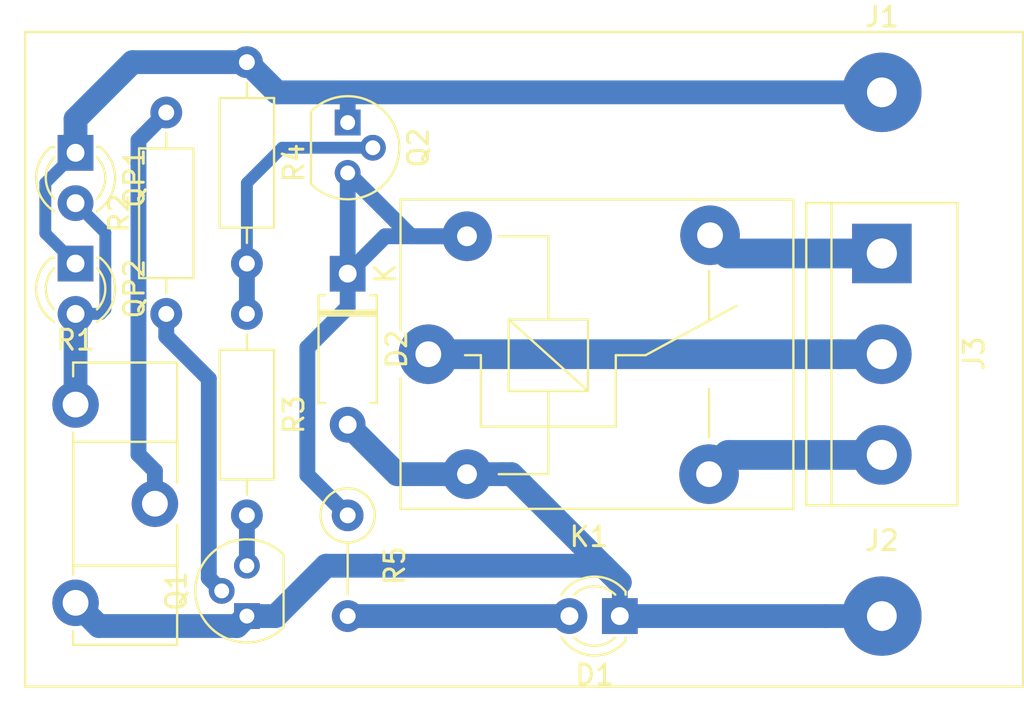
<source format=kicad_pcb>
(kicad_pcb (version 20171130) (host pcbnew 5.1.4-e60b266~84~ubuntu16.04.1)

  (general
    (thickness 1.6)
    (drawings 4)
    (tracks 62)
    (zones 0)
    (modules 15)
    (nets 13)
  )

  (page A4)
  (layers
    (0 F.Cu signal)
    (31 B.Cu signal)
    (32 B.Adhes user)
    (33 F.Adhes user)
    (34 B.Paste user)
    (35 F.Paste user)
    (36 B.SilkS user)
    (37 F.SilkS user)
    (38 B.Mask user)
    (39 F.Mask user)
    (40 Dwgs.User user)
    (41 Cmts.User user)
    (42 Eco1.User user)
    (43 Eco2.User user)
    (44 Edge.Cuts user)
    (45 Margin user)
    (46 B.CrtYd user)
    (47 F.CrtYd user)
    (48 B.Fab user)
    (49 F.Fab user)
  )

  (setup
    (last_trace_width 0.8)
    (user_trace_width 1.2)
    (trace_clearance 0.2)
    (zone_clearance 0.508)
    (zone_45_only no)
    (trace_min 0.2)
    (via_size 0.8)
    (via_drill 0.4)
    (via_min_size 0.4)
    (via_min_drill 0.3)
    (uvia_size 0.3)
    (uvia_drill 0.1)
    (uvias_allowed no)
    (uvia_min_size 0.2)
    (uvia_min_drill 0.1)
    (edge_width 0.05)
    (segment_width 0.2)
    (pcb_text_width 0.3)
    (pcb_text_size 1.5 1.5)
    (mod_edge_width 0.12)
    (mod_text_size 1 1)
    (mod_text_width 0.15)
    (pad_size 1.524 1.524)
    (pad_drill 0.762)
    (pad_to_mask_clearance 0.051)
    (solder_mask_min_width 0.25)
    (aux_axis_origin 0 0)
    (visible_elements FFFFFF7F)
    (pcbplotparams
      (layerselection 0x010fc_ffffffff)
      (usegerberextensions false)
      (usegerberattributes false)
      (usegerberadvancedattributes false)
      (creategerberjobfile false)
      (excludeedgelayer true)
      (linewidth 0.100000)
      (plotframeref false)
      (viasonmask false)
      (mode 1)
      (useauxorigin false)
      (hpglpennumber 1)
      (hpglpenspeed 20)
      (hpglpendiameter 15.000000)
      (psnegative false)
      (psa4output false)
      (plotreference true)
      (plotvalue true)
      (plotinvisibletext false)
      (padsonsilk false)
      (subtractmaskfromsilk false)
      (outputformat 1)
      (mirror false)
      (drillshape 1)
      (scaleselection 1)
      (outputdirectory ""))
  )

  (net 0 "")
  (net 1 "Net-(D1-Pad1)")
  (net 2 "Net-(D1-Pad2)")
  (net 3 "Net-(D2-Pad1)")
  (net 4 "Net-(J1-Pad1)")
  (net 5 "Net-(J3-Pad1)")
  (net 6 "Net-(J3-Pad2)")
  (net 7 "Net-(J3-Pad3)")
  (net 8 "Net-(Q1-Pad3)")
  (net 9 "Net-(Q1-Pad2)")
  (net 10 "Net-(Q2-Pad2)")
  (net 11 "Net-(QP1-Pad2)")
  (net 12 "Net-(R1-Pad2)")

  (net_class Default "This is the default net class."
    (clearance 0.2)
    (trace_width 0.8)
    (via_dia 0.8)
    (via_drill 0.4)
    (uvia_dia 0.3)
    (uvia_drill 0.1)
    (add_net "Net-(D1-Pad1)")
    (add_net "Net-(D1-Pad2)")
    (add_net "Net-(D2-Pad1)")
    (add_net "Net-(J1-Pad1)")
    (add_net "Net-(J3-Pad1)")
    (add_net "Net-(J3-Pad2)")
    (add_net "Net-(J3-Pad3)")
    (add_net "Net-(Q1-Pad2)")
    (add_net "Net-(Q1-Pad3)")
    (add_net "Net-(Q2-Pad2)")
    (add_net "Net-(QP1-Pad2)")
    (add_net "Net-(R1-Pad2)")
  )

  (net_class thin ""
    (clearance 0.2)
    (trace_width 0.5)
    (via_dia 0.8)
    (via_drill 0.4)
    (uvia_dia 0.3)
    (uvia_drill 0.1)
  )

  (module LED_THT:LED_D3.0mm (layer F.Cu) (tedit 587A3A7B) (tstamp 5E6F4D26)
    (at 45.212 44.704 180)
    (descr "LED, diameter 3.0mm, 2 pins")
    (tags "LED diameter 3.0mm 2 pins")
    (path /5E6A251A)
    (fp_text reference D1 (at 1.27 -2.96) (layer F.SilkS)
      (effects (font (size 1 1) (thickness 0.15)))
    )
    (fp_text value LED (at 1.27 2.96) (layer F.Fab)
      (effects (font (size 1 1) (thickness 0.15)))
    )
    (fp_arc (start 1.27 0) (end -0.23 -1.16619) (angle 284.3) (layer F.Fab) (width 0.1))
    (fp_arc (start 1.27 0) (end -0.29 -1.235516) (angle 108.8) (layer F.SilkS) (width 0.12))
    (fp_arc (start 1.27 0) (end -0.29 1.235516) (angle -108.8) (layer F.SilkS) (width 0.12))
    (fp_arc (start 1.27 0) (end 0.229039 -1.08) (angle 87.9) (layer F.SilkS) (width 0.12))
    (fp_arc (start 1.27 0) (end 0.229039 1.08) (angle -87.9) (layer F.SilkS) (width 0.12))
    (fp_circle (center 1.27 0) (end 2.77 0) (layer F.Fab) (width 0.1))
    (fp_line (start -0.23 -1.16619) (end -0.23 1.16619) (layer F.Fab) (width 0.1))
    (fp_line (start -0.29 -1.236) (end -0.29 -1.08) (layer F.SilkS) (width 0.12))
    (fp_line (start -0.29 1.08) (end -0.29 1.236) (layer F.SilkS) (width 0.12))
    (fp_line (start -1.15 -2.25) (end -1.15 2.25) (layer F.CrtYd) (width 0.05))
    (fp_line (start -1.15 2.25) (end 3.7 2.25) (layer F.CrtYd) (width 0.05))
    (fp_line (start 3.7 2.25) (end 3.7 -2.25) (layer F.CrtYd) (width 0.05))
    (fp_line (start 3.7 -2.25) (end -1.15 -2.25) (layer F.CrtYd) (width 0.05))
    (pad 1 thru_hole rect (at 0 0 180) (size 1.8 1.8) (drill 0.9) (layers *.Cu *.Mask)
      (net 1 "Net-(D1-Pad1)"))
    (pad 2 thru_hole circle (at 2.54 0 180) (size 1.8 1.8) (drill 0.9) (layers *.Cu *.Mask)
      (net 2 "Net-(D1-Pad2)"))
    (model ${KISYS3DMOD}/LED_THT.3dshapes/LED_D3.0mm.wrl
      (at (xyz 0 0 0))
      (scale (xyz 1 1 1))
      (rotate (xyz 0 0 0))
    )
  )

  (module Diode_THT:D_A-405_P7.62mm_Horizontal (layer F.Cu) (tedit 5AE50CD5) (tstamp 5E6F4D45)
    (at 31.496 27.432 270)
    (descr "Diode, A-405 series, Axial, Horizontal, pin pitch=7.62mm, , length*diameter=5.2*2.7mm^2, , http://www.diodes.com/_files/packages/A-405.pdf")
    (tags "Diode A-405 series Axial Horizontal pin pitch 7.62mm  length 5.2mm diameter 2.7mm")
    (path /5E5905F2)
    (fp_text reference D2 (at 3.81 -2.47 90) (layer F.SilkS)
      (effects (font (size 1 1) (thickness 0.15)))
    )
    (fp_text value 1N4001 (at 3.81 2.47 90) (layer F.Fab)
      (effects (font (size 1 1) (thickness 0.15)))
    )
    (fp_line (start 1.21 -1.35) (end 1.21 1.35) (layer F.Fab) (width 0.1))
    (fp_line (start 1.21 1.35) (end 6.41 1.35) (layer F.Fab) (width 0.1))
    (fp_line (start 6.41 1.35) (end 6.41 -1.35) (layer F.Fab) (width 0.1))
    (fp_line (start 6.41 -1.35) (end 1.21 -1.35) (layer F.Fab) (width 0.1))
    (fp_line (start 0 0) (end 1.21 0) (layer F.Fab) (width 0.1))
    (fp_line (start 7.62 0) (end 6.41 0) (layer F.Fab) (width 0.1))
    (fp_line (start 1.99 -1.35) (end 1.99 1.35) (layer F.Fab) (width 0.1))
    (fp_line (start 2.09 -1.35) (end 2.09 1.35) (layer F.Fab) (width 0.1))
    (fp_line (start 1.89 -1.35) (end 1.89 1.35) (layer F.Fab) (width 0.1))
    (fp_line (start 1.09 -1.14) (end 1.09 -1.47) (layer F.SilkS) (width 0.12))
    (fp_line (start 1.09 -1.47) (end 6.53 -1.47) (layer F.SilkS) (width 0.12))
    (fp_line (start 6.53 -1.47) (end 6.53 -1.14) (layer F.SilkS) (width 0.12))
    (fp_line (start 1.09 1.14) (end 1.09 1.47) (layer F.SilkS) (width 0.12))
    (fp_line (start 1.09 1.47) (end 6.53 1.47) (layer F.SilkS) (width 0.12))
    (fp_line (start 6.53 1.47) (end 6.53 1.14) (layer F.SilkS) (width 0.12))
    (fp_line (start 1.99 -1.47) (end 1.99 1.47) (layer F.SilkS) (width 0.12))
    (fp_line (start 2.11 -1.47) (end 2.11 1.47) (layer F.SilkS) (width 0.12))
    (fp_line (start 1.87 -1.47) (end 1.87 1.47) (layer F.SilkS) (width 0.12))
    (fp_line (start -1.15 -1.6) (end -1.15 1.6) (layer F.CrtYd) (width 0.05))
    (fp_line (start -1.15 1.6) (end 8.77 1.6) (layer F.CrtYd) (width 0.05))
    (fp_line (start 8.77 1.6) (end 8.77 -1.6) (layer F.CrtYd) (width 0.05))
    (fp_line (start 8.77 -1.6) (end -1.15 -1.6) (layer F.CrtYd) (width 0.05))
    (fp_text user %R (at 4.2 0 90) (layer F.Fab)
      (effects (font (size 1 1) (thickness 0.15)))
    )
    (fp_text user K (at 0 -1.9 90) (layer F.Fab)
      (effects (font (size 1 1) (thickness 0.15)))
    )
    (fp_text user K (at 0 -1.9 90) (layer F.SilkS)
      (effects (font (size 1 1) (thickness 0.15)))
    )
    (pad 1 thru_hole rect (at 0 0 270) (size 1.8 1.8) (drill 0.9) (layers *.Cu *.Mask)
      (net 3 "Net-(D2-Pad1)"))
    (pad 2 thru_hole oval (at 7.62 0 270) (size 1.8 1.8) (drill 0.9) (layers *.Cu *.Mask)
      (net 1 "Net-(D1-Pad1)"))
    (model ${KISYS3DMOD}/Diode_THT.3dshapes/D_A-405_P7.62mm_Horizontal.wrl
      (at (xyz 0 0 0))
      (scale (xyz 1 1 1))
      (rotate (xyz 0 0 0))
    )
  )

  (module Connector_Wire:SolderWirePad_1x01_Drill1.5mm (layer F.Cu) (tedit 5AEE5EB3) (tstamp 5E6F4D4F)
    (at 58.42 18.288)
    (descr "Wire solder connection")
    (tags connector)
    (path /5E6AAD95)
    (attr virtual)
    (fp_text reference J1 (at 0 -3.81) (layer F.SilkS)
      (effects (font (size 1 1) (thickness 0.15)))
    )
    (fp_text value + (at 0 3.81) (layer F.Fab)
      (effects (font (size 1 1) (thickness 0.15)))
    )
    (fp_text user %R (at 0 0) (layer F.Fab)
      (effects (font (size 1 1) (thickness 0.15)))
    )
    (fp_line (start -2.5 -2.5) (end 2.5 -2.5) (layer F.CrtYd) (width 0.05))
    (fp_line (start -2.5 -2.5) (end -2.5 2.5) (layer F.CrtYd) (width 0.05))
    (fp_line (start 2.5 2.5) (end 2.5 -2.5) (layer F.CrtYd) (width 0.05))
    (fp_line (start 2.5 2.5) (end -2.5 2.5) (layer F.CrtYd) (width 0.05))
    (pad 1 thru_hole circle (at 0 0) (size 4.0005 4.0005) (drill 1.50114) (layers *.Cu *.Mask)
      (net 4 "Net-(J1-Pad1)"))
  )

  (module Connector_Wire:SolderWirePad_1x01_Drill1.5mm (layer F.Cu) (tedit 5AEE5EB3) (tstamp 5E6F4D59)
    (at 58.42 44.704)
    (descr "Wire solder connection")
    (tags connector)
    (path /5E6ABBCE)
    (attr virtual)
    (fp_text reference J2 (at 0 -3.81) (layer F.SilkS)
      (effects (font (size 1 1) (thickness 0.15)))
    )
    (fp_text value - (at 0 3.81) (layer F.Fab)
      (effects (font (size 1 1) (thickness 0.15)))
    )
    (fp_line (start 2.5 2.5) (end -2.5 2.5) (layer F.CrtYd) (width 0.05))
    (fp_line (start 2.5 2.5) (end 2.5 -2.5) (layer F.CrtYd) (width 0.05))
    (fp_line (start -2.5 -2.5) (end -2.5 2.5) (layer F.CrtYd) (width 0.05))
    (fp_line (start -2.5 -2.5) (end 2.5 -2.5) (layer F.CrtYd) (width 0.05))
    (fp_text user %R (at 0 0) (layer F.Fab)
      (effects (font (size 1 1) (thickness 0.15)))
    )
    (pad 1 thru_hole circle (at 0 0) (size 4.0005 4.0005) (drill 1.50114) (layers *.Cu *.Mask)
      (net 1 "Net-(D1-Pad1)"))
  )

  (module TerminalBlock:TerminalBlock_bornier-3_P5.08mm (layer F.Cu) (tedit 59FF03B9) (tstamp 5E6F4D6F)
    (at 58.42 26.416 270)
    (descr "simple 3-pin terminal block, pitch 5.08mm, revamped version of bornier3")
    (tags "terminal block bornier3")
    (path /5E6F85C8)
    (fp_text reference J3 (at 5.05 -4.65 90) (layer F.SilkS)
      (effects (font (size 1 1) (thickness 0.15)))
    )
    (fp_text value Screw_Terminal_01x03 (at 5.08 5.08 90) (layer F.Fab)
      (effects (font (size 1 1) (thickness 0.15)))
    )
    (fp_line (start 12.88 4) (end -2.72 4) (layer F.CrtYd) (width 0.05))
    (fp_line (start 12.88 4) (end 12.88 -4) (layer F.CrtYd) (width 0.05))
    (fp_line (start -2.72 -4) (end -2.72 4) (layer F.CrtYd) (width 0.05))
    (fp_line (start -2.72 -4) (end 12.88 -4) (layer F.CrtYd) (width 0.05))
    (fp_line (start -2.54 3.81) (end 12.7 3.81) (layer F.SilkS) (width 0.12))
    (fp_line (start -2.54 -3.81) (end 12.7 -3.81) (layer F.SilkS) (width 0.12))
    (fp_line (start -2.54 2.54) (end 12.7 2.54) (layer F.SilkS) (width 0.12))
    (fp_line (start 12.7 3.81) (end 12.7 -3.81) (layer F.SilkS) (width 0.12))
    (fp_line (start -2.54 3.81) (end -2.54 -3.81) (layer F.SilkS) (width 0.12))
    (fp_line (start -2.47 3.75) (end -2.47 -3.75) (layer F.Fab) (width 0.1))
    (fp_line (start 12.63 3.75) (end -2.47 3.75) (layer F.Fab) (width 0.1))
    (fp_line (start 12.63 -3.75) (end 12.63 3.75) (layer F.Fab) (width 0.1))
    (fp_line (start -2.47 -3.75) (end 12.63 -3.75) (layer F.Fab) (width 0.1))
    (fp_line (start -2.47 2.55) (end 12.63 2.55) (layer F.Fab) (width 0.1))
    (fp_text user %R (at 5.08 0 90) (layer F.Fab)
      (effects (font (size 1 1) (thickness 0.15)))
    )
    (pad 3 thru_hole circle (at 10.16 0 270) (size 3 3) (drill 1.52) (layers *.Cu *.Mask)
      (net 7 "Net-(J3-Pad3)"))
    (pad 2 thru_hole circle (at 5.08 0 270) (size 3 3) (drill 1.52) (layers *.Cu *.Mask)
      (net 6 "Net-(J3-Pad2)"))
    (pad 1 thru_hole rect (at 0 0 270) (size 3 3) (drill 1.52) (layers *.Cu *.Mask)
      (net 5 "Net-(J3-Pad1)"))
    (model ${KISYS3DMOD}/TerminalBlock.3dshapes/TerminalBlock_bornier-3_P5.08mm.wrl
      (offset (xyz 5.079999923706055 0 0))
      (scale (xyz 1 1 1))
      (rotate (xyz 0 0 0))
    )
  )

  (module Relay_THT:Relay_SPDT_SANYOU_SRD_Series_Form_C (layer F.Cu) (tedit 58FA3148) (tstamp 5E6F4D98)
    (at 35.56 31.496)
    (descr "relay Sanyou SRD series Form C http://www.sanyourelay.ca/public/products/pdf/SRD.pdf")
    (tags "relay Sanyu SRD form C")
    (path /5E6F4B23)
    (fp_text reference K1 (at 8.1 9.2) (layer F.SilkS)
      (effects (font (size 1 1) (thickness 0.15)))
    )
    (fp_text value SRD-12VDC (at 8 -9.6) (layer F.Fab)
      (effects (font (size 1 1) (thickness 0.15)))
    )
    (fp_line (start -1.4 1.2) (end -1.4 7.8) (layer F.SilkS) (width 0.12))
    (fp_line (start -1.4 -7.8) (end -1.4 -1.2) (layer F.SilkS) (width 0.12))
    (fp_line (start -1.4 -7.8) (end 18.4 -7.8) (layer F.SilkS) (width 0.12))
    (fp_line (start 18.4 -7.8) (end 18.4 7.8) (layer F.SilkS) (width 0.12))
    (fp_line (start 18.4 7.8) (end -1.4 7.8) (layer F.SilkS) (width 0.12))
    (fp_text user 1 (at 0 -2.3) (layer F.Fab)
      (effects (font (size 1 1) (thickness 0.15)))
    )
    (fp_line (start -1.3 -7.7) (end 18.3 -7.7) (layer F.Fab) (width 0.12))
    (fp_line (start 18.3 -7.7) (end 18.3 7.7) (layer F.Fab) (width 0.12))
    (fp_line (start 18.3 7.7) (end -1.3 7.7) (layer F.Fab) (width 0.12))
    (fp_line (start -1.3 7.7) (end -1.3 -7.7) (layer F.Fab) (width 0.12))
    (fp_text user %R (at 7.1 0.025) (layer F.Fab)
      (effects (font (size 1 1) (thickness 0.15)))
    )
    (fp_line (start 18.55 -7.95) (end -1.55 -7.95) (layer F.CrtYd) (width 0.05))
    (fp_line (start -1.55 7.95) (end -1.55 -7.95) (layer F.CrtYd) (width 0.05))
    (fp_line (start 18.55 -7.95) (end 18.55 7.95) (layer F.CrtYd) (width 0.05))
    (fp_line (start -1.55 7.95) (end 18.55 7.95) (layer F.CrtYd) (width 0.05))
    (fp_line (start 14.15 4.2) (end 14.15 1.75) (layer F.SilkS) (width 0.12))
    (fp_line (start 14.15 -4.2) (end 14.15 -1.7) (layer F.SilkS) (width 0.12))
    (fp_line (start 3.55 6.05) (end 6.05 6.05) (layer F.SilkS) (width 0.12))
    (fp_line (start 2.65 0.05) (end 1.85 0.05) (layer F.SilkS) (width 0.12))
    (fp_line (start 6.05 -5.95) (end 3.55 -5.95) (layer F.SilkS) (width 0.12))
    (fp_line (start 9.45 0.05) (end 10.95 0.05) (layer F.SilkS) (width 0.12))
    (fp_line (start 10.95 0.05) (end 15.55 -2.45) (layer F.SilkS) (width 0.12))
    (fp_line (start 9.45 3.65) (end 2.65 3.65) (layer F.SilkS) (width 0.12))
    (fp_line (start 9.45 0.05) (end 9.45 3.65) (layer F.SilkS) (width 0.12))
    (fp_line (start 2.65 0.05) (end 2.65 3.65) (layer F.SilkS) (width 0.12))
    (fp_line (start 6.05 -5.95) (end 6.05 -1.75) (layer F.SilkS) (width 0.12))
    (fp_line (start 6.05 1.85) (end 6.05 6.05) (layer F.SilkS) (width 0.12))
    (fp_line (start 8.05 1.85) (end 4.05 -1.75) (layer F.SilkS) (width 0.12))
    (fp_line (start 4.05 1.85) (end 4.05 -1.75) (layer F.SilkS) (width 0.12))
    (fp_line (start 4.05 -1.75) (end 8.05 -1.75) (layer F.SilkS) (width 0.12))
    (fp_line (start 8.05 -1.75) (end 8.05 1.85) (layer F.SilkS) (width 0.12))
    (fp_line (start 8.05 1.85) (end 4.05 1.85) (layer F.SilkS) (width 0.12))
    (pad 2 thru_hole circle (at 1.95 6.05 90) (size 2.5 2.5) (drill 1) (layers *.Cu *.Mask)
      (net 1 "Net-(D1-Pad1)"))
    (pad 3 thru_hole circle (at 14.15 6.05 90) (size 3 3) (drill 1.3) (layers *.Cu *.Mask)
      (net 7 "Net-(J3-Pad3)"))
    (pad 4 thru_hole circle (at 14.2 -6 90) (size 3 3) (drill 1.3) (layers *.Cu *.Mask)
      (net 5 "Net-(J3-Pad1)"))
    (pad 5 thru_hole circle (at 1.95 -5.95 90) (size 2.5 2.5) (drill 1) (layers *.Cu *.Mask)
      (net 3 "Net-(D2-Pad1)"))
    (pad 1 thru_hole circle (at 0 0 90) (size 3 3) (drill 1.3) (layers *.Cu *.Mask)
      (net 6 "Net-(J3-Pad2)"))
    (model ${KISYS3DMOD}/Relay_THT.3dshapes/Relay_SPDT_SANYOU_SRD_Series_Form_C.wrl
      (at (xyz 0 0 0))
      (scale (xyz 1 1 1))
      (rotate (xyz 0 0 0))
    )
  )

  (module Package_TO_SOT_THT:TO-92 (layer F.Cu) (tedit 5A279852) (tstamp 5E6F4DAA)
    (at 26.416 44.704 90)
    (descr "TO-92 leads molded, narrow, drill 0.75mm (see NXP sot054_po.pdf)")
    (tags "to-92 sc-43 sc-43a sot54 PA33 transistor")
    (path /5E58E640)
    (fp_text reference Q1 (at 1.27 -3.56 90) (layer F.SilkS)
      (effects (font (size 1 1) (thickness 0.15)))
    )
    (fp_text value S9014 (at 1.27 2.79 90) (layer F.Fab)
      (effects (font (size 1 1) (thickness 0.15)))
    )
    (fp_arc (start 1.27 0) (end 1.27 -2.6) (angle 135) (layer F.SilkS) (width 0.12))
    (fp_arc (start 1.27 0) (end 1.27 -2.48) (angle -135) (layer F.Fab) (width 0.1))
    (fp_arc (start 1.27 0) (end 1.27 -2.6) (angle -135) (layer F.SilkS) (width 0.12))
    (fp_arc (start 1.27 0) (end 1.27 -2.48) (angle 135) (layer F.Fab) (width 0.1))
    (fp_line (start 4 2.01) (end -1.46 2.01) (layer F.CrtYd) (width 0.05))
    (fp_line (start 4 2.01) (end 4 -2.73) (layer F.CrtYd) (width 0.05))
    (fp_line (start -1.46 -2.73) (end -1.46 2.01) (layer F.CrtYd) (width 0.05))
    (fp_line (start -1.46 -2.73) (end 4 -2.73) (layer F.CrtYd) (width 0.05))
    (fp_line (start -0.5 1.75) (end 3 1.75) (layer F.Fab) (width 0.1))
    (fp_line (start -0.53 1.85) (end 3.07 1.85) (layer F.SilkS) (width 0.12))
    (fp_text user %R (at 1.27 -3.56 90) (layer F.Fab)
      (effects (font (size 1 1) (thickness 0.15)))
    )
    (pad 1 thru_hole rect (at 0 0 180) (size 1.3 1.3) (drill 0.75) (layers *.Cu *.Mask)
      (net 1 "Net-(D1-Pad1)"))
    (pad 3 thru_hole circle (at 2.54 0 180) (size 1.3 1.3) (drill 0.75) (layers *.Cu *.Mask)
      (net 8 "Net-(Q1-Pad3)"))
    (pad 2 thru_hole circle (at 1.27 -1.27 180) (size 1.3 1.3) (drill 0.75) (layers *.Cu *.Mask)
      (net 9 "Net-(Q1-Pad2)"))
    (model ${KISYS3DMOD}/Package_TO_SOT_THT.3dshapes/TO-92.wrl
      (at (xyz 0 0 0))
      (scale (xyz 1 1 1))
      (rotate (xyz 0 0 0))
    )
  )

  (module Package_TO_SOT_THT:TO-92 (layer F.Cu) (tedit 5A279852) (tstamp 5E6F4DBC)
    (at 31.496 19.812 270)
    (descr "TO-92 leads molded, narrow, drill 0.75mm (see NXP sot054_po.pdf)")
    (tags "to-92 sc-43 sc-43a sot54 PA33 transistor")
    (path /5E58ED53)
    (fp_text reference Q2 (at 1.27 -3.56 90) (layer F.SilkS)
      (effects (font (size 1 1) (thickness 0.15)))
    )
    (fp_text value S9015 (at 1.27 2.79 90) (layer F.Fab)
      (effects (font (size 1 1) (thickness 0.15)))
    )
    (fp_text user %R (at 1.27 -3.56 90) (layer F.Fab)
      (effects (font (size 1 1) (thickness 0.15)))
    )
    (fp_line (start -0.53 1.85) (end 3.07 1.85) (layer F.SilkS) (width 0.12))
    (fp_line (start -0.5 1.75) (end 3 1.75) (layer F.Fab) (width 0.1))
    (fp_line (start -1.46 -2.73) (end 4 -2.73) (layer F.CrtYd) (width 0.05))
    (fp_line (start -1.46 -2.73) (end -1.46 2.01) (layer F.CrtYd) (width 0.05))
    (fp_line (start 4 2.01) (end 4 -2.73) (layer F.CrtYd) (width 0.05))
    (fp_line (start 4 2.01) (end -1.46 2.01) (layer F.CrtYd) (width 0.05))
    (fp_arc (start 1.27 0) (end 1.27 -2.48) (angle 135) (layer F.Fab) (width 0.1))
    (fp_arc (start 1.27 0) (end 1.27 -2.6) (angle -135) (layer F.SilkS) (width 0.12))
    (fp_arc (start 1.27 0) (end 1.27 -2.48) (angle -135) (layer F.Fab) (width 0.1))
    (fp_arc (start 1.27 0) (end 1.27 -2.6) (angle 135) (layer F.SilkS) (width 0.12))
    (pad 2 thru_hole circle (at 1.27 -1.27) (size 1.3 1.3) (drill 0.75) (layers *.Cu *.Mask)
      (net 10 "Net-(Q2-Pad2)"))
    (pad 3 thru_hole circle (at 2.54 0) (size 1.3 1.3) (drill 0.75) (layers *.Cu *.Mask)
      (net 3 "Net-(D2-Pad1)"))
    (pad 1 thru_hole rect (at 0 0) (size 1.3 1.3) (drill 0.75) (layers *.Cu *.Mask)
      (net 4 "Net-(J1-Pad1)"))
    (model ${KISYS3DMOD}/Package_TO_SOT_THT.3dshapes/TO-92.wrl
      (at (xyz 0 0 0))
      (scale (xyz 1 1 1))
      (rotate (xyz 0 0 0))
    )
  )

  (module LED_THT:LED_D3.0mm (layer F.Cu) (tedit 587A3A7B) (tstamp 5E6F4DCF)
    (at 17.78 21.336 270)
    (descr "LED, diameter 3.0mm, 2 pins")
    (tags "LED diameter 3.0mm 2 pins")
    (path /5E6AD349)
    (fp_text reference QP1 (at 1.27 -2.96 90) (layer F.SilkS)
      (effects (font (size 1 1) (thickness 0.15)))
    )
    (fp_text value Q_Photo_NPN (at 1.27 2.96 90) (layer F.Fab)
      (effects (font (size 1 1) (thickness 0.15)))
    )
    (fp_line (start 3.7 -2.25) (end -1.15 -2.25) (layer F.CrtYd) (width 0.05))
    (fp_line (start 3.7 2.25) (end 3.7 -2.25) (layer F.CrtYd) (width 0.05))
    (fp_line (start -1.15 2.25) (end 3.7 2.25) (layer F.CrtYd) (width 0.05))
    (fp_line (start -1.15 -2.25) (end -1.15 2.25) (layer F.CrtYd) (width 0.05))
    (fp_line (start -0.29 1.08) (end -0.29 1.236) (layer F.SilkS) (width 0.12))
    (fp_line (start -0.29 -1.236) (end -0.29 -1.08) (layer F.SilkS) (width 0.12))
    (fp_line (start -0.23 -1.16619) (end -0.23 1.16619) (layer F.Fab) (width 0.1))
    (fp_circle (center 1.27 0) (end 2.77 0) (layer F.Fab) (width 0.1))
    (fp_arc (start 1.27 0) (end 0.229039 1.08) (angle -87.9) (layer F.SilkS) (width 0.12))
    (fp_arc (start 1.27 0) (end 0.229039 -1.08) (angle 87.9) (layer F.SilkS) (width 0.12))
    (fp_arc (start 1.27 0) (end -0.29 1.235516) (angle -108.8) (layer F.SilkS) (width 0.12))
    (fp_arc (start 1.27 0) (end -0.29 -1.235516) (angle 108.8) (layer F.SilkS) (width 0.12))
    (fp_arc (start 1.27 0) (end -0.23 -1.16619) (angle 284.3) (layer F.Fab) (width 0.1))
    (pad 2 thru_hole circle (at 2.54 0 270) (size 1.8 1.8) (drill 0.9) (layers *.Cu *.Mask)
      (net 11 "Net-(QP1-Pad2)"))
    (pad 1 thru_hole rect (at 0 0 270) (size 1.8 1.8) (drill 0.9) (layers *.Cu *.Mask)
      (net 4 "Net-(J1-Pad1)"))
    (model ${KISYS3DMOD}/LED_THT.3dshapes/LED_D3.0mm.wrl
      (at (xyz 0 0 0))
      (scale (xyz 1 1 1))
      (rotate (xyz 0 0 0))
    )
  )

  (module LED_THT:LED_D3.0mm (layer F.Cu) (tedit 587A3A7B) (tstamp 5E6F4DE2)
    (at 17.78 26.924 270)
    (descr "LED, diameter 3.0mm, 2 pins")
    (tags "LED diameter 3.0mm 2 pins")
    (path /5E6FC98E)
    (fp_text reference QP2 (at 1.27 -2.96 90) (layer F.SilkS)
      (effects (font (size 1 1) (thickness 0.15)))
    )
    (fp_text value Q_Photo_NPN (at 1.27 2.96 90) (layer F.Fab)
      (effects (font (size 1 1) (thickness 0.15)))
    )
    (fp_arc (start 1.27 0) (end -0.23 -1.16619) (angle 284.3) (layer F.Fab) (width 0.1))
    (fp_arc (start 1.27 0) (end -0.29 -1.235516) (angle 108.8) (layer F.SilkS) (width 0.12))
    (fp_arc (start 1.27 0) (end -0.29 1.235516) (angle -108.8) (layer F.SilkS) (width 0.12))
    (fp_arc (start 1.27 0) (end 0.229039 -1.08) (angle 87.9) (layer F.SilkS) (width 0.12))
    (fp_arc (start 1.27 0) (end 0.229039 1.08) (angle -87.9) (layer F.SilkS) (width 0.12))
    (fp_circle (center 1.27 0) (end 2.77 0) (layer F.Fab) (width 0.1))
    (fp_line (start -0.23 -1.16619) (end -0.23 1.16619) (layer F.Fab) (width 0.1))
    (fp_line (start -0.29 -1.236) (end -0.29 -1.08) (layer F.SilkS) (width 0.12))
    (fp_line (start -0.29 1.08) (end -0.29 1.236) (layer F.SilkS) (width 0.12))
    (fp_line (start -1.15 -2.25) (end -1.15 2.25) (layer F.CrtYd) (width 0.05))
    (fp_line (start -1.15 2.25) (end 3.7 2.25) (layer F.CrtYd) (width 0.05))
    (fp_line (start 3.7 2.25) (end 3.7 -2.25) (layer F.CrtYd) (width 0.05))
    (fp_line (start 3.7 -2.25) (end -1.15 -2.25) (layer F.CrtYd) (width 0.05))
    (pad 1 thru_hole rect (at 0 0 270) (size 1.8 1.8) (drill 0.9) (layers *.Cu *.Mask)
      (net 4 "Net-(J1-Pad1)"))
    (pad 2 thru_hole circle (at 2.54 0 270) (size 1.8 1.8) (drill 0.9) (layers *.Cu *.Mask)
      (net 11 "Net-(QP1-Pad2)"))
    (model ${KISYS3DMOD}/LED_THT.3dshapes/LED_D3.0mm.wrl
      (at (xyz 0 0 0))
      (scale (xyz 1 1 1))
      (rotate (xyz 0 0 0))
    )
  )

  (module Potentiometer_THT:Potentiometer_ACP_CA14-H4_Horizontal (layer F.Cu) (tedit 5A3D4994) (tstamp 5E6F4E02)
    (at 17.78 34.036)
    (descr "Potentiometer, horizontal, ACP CA14-H4, http://www.acptechnologies.com/wp-content/uploads/2017/10/03-ACP-CA14-CE14.pdf")
    (tags "Potentiometer horizontal ACP CA14-H4")
    (path /5E69CFC9)
    (fp_text reference R1 (at 0 -3.25) (layer F.SilkS)
      (effects (font (size 1 1) (thickness 0.15)))
    )
    (fp_text value 100k (at 0 13.25) (layer F.Fab)
      (effects (font (size 1 1) (thickness 0.15)))
    )
    (fp_line (start 5 -2) (end 5 12) (layer F.Fab) (width 0.1))
    (fp_line (start 5 12) (end 0 12) (layer F.Fab) (width 0.1))
    (fp_line (start 0 12) (end 0 -2) (layer F.Fab) (width 0.1))
    (fp_line (start 0 -2) (end 5 -2) (layer F.Fab) (width 0.1))
    (fp_line (start 0 2) (end 0 8) (layer F.Fab) (width 0.1))
    (fp_line (start 0 8) (end 5 8) (layer F.Fab) (width 0.1))
    (fp_line (start 5 8) (end 5 2) (layer F.Fab) (width 0.1))
    (fp_line (start 5 2) (end 0 2) (layer F.Fab) (width 0.1))
    (fp_line (start -0.121 -2.12) (end 5.12 -2.12) (layer F.SilkS) (width 0.12))
    (fp_line (start -0.121 12.12) (end 5.12 12.12) (layer F.SilkS) (width 0.12))
    (fp_line (start 5.12 -2.12) (end 5.12 3.928) (layer F.SilkS) (width 0.12))
    (fp_line (start 5.12 6.073) (end 5.12 12.12) (layer F.SilkS) (width 0.12))
    (fp_line (start -0.121 11.425) (end -0.121 12.12) (layer F.SilkS) (width 0.12))
    (fp_line (start -0.121 -2.12) (end -0.121 -1.426) (layer F.SilkS) (width 0.12))
    (fp_line (start -0.121 1.426) (end -0.121 8.575) (layer F.SilkS) (width 0.12))
    (fp_line (start -0.121 1.88) (end 5.12 1.88) (layer F.SilkS) (width 0.12))
    (fp_line (start -0.121 8.121) (end 5.12 8.121) (layer F.SilkS) (width 0.12))
    (fp_line (start -0.121 1.88) (end -0.121 8.121) (layer F.SilkS) (width 0.12))
    (fp_line (start 5.12 1.88) (end 5.12 3.928) (layer F.SilkS) (width 0.12))
    (fp_line (start 5.12 6.073) (end 5.12 8.121) (layer F.SilkS) (width 0.12))
    (fp_line (start -1.45 -2.25) (end -1.45 12.25) (layer F.CrtYd) (width 0.05))
    (fp_line (start -1.45 12.25) (end 5.45 12.25) (layer F.CrtYd) (width 0.05))
    (fp_line (start 5.45 12.25) (end 5.45 -2.25) (layer F.CrtYd) (width 0.05))
    (fp_line (start 5.45 -2.25) (end -1.45 -2.25) (layer F.CrtYd) (width 0.05))
    (fp_text user %R (at 2.5 5) (layer F.Fab)
      (effects (font (size 1 1) (thickness 0.15)))
    )
    (pad 3 thru_hole circle (at 0 10) (size 2.34 2.34) (drill 1.3) (layers *.Cu *.Mask)
      (net 1 "Net-(D1-Pad1)"))
    (pad 2 thru_hole circle (at 4 5) (size 2.34 2.34) (drill 1.3) (layers *.Cu *.Mask)
      (net 12 "Net-(R1-Pad2)"))
    (pad 1 thru_hole circle (at 0 0) (size 2.34 2.34) (drill 1.3) (layers *.Cu *.Mask)
      (net 11 "Net-(QP1-Pad2)"))
    (model ${KISYS3DMOD}/Potentiometer_THT.3dshapes/Potentiometer_ACP_CA14-H4_Horizontal.wrl
      (at (xyz 0 0 0))
      (scale (xyz 1 1 1))
      (rotate (xyz 0 0 0))
    )
  )

  (module Resistor_THT:R_Axial_DIN0207_L6.3mm_D2.5mm_P10.16mm_Horizontal (layer F.Cu) (tedit 5AE5139B) (tstamp 5E6F4E19)
    (at 22.352 29.464 90)
    (descr "Resistor, Axial_DIN0207 series, Axial, Horizontal, pin pitch=10.16mm, 0.25W = 1/4W, length*diameter=6.3*2.5mm^2, http://cdn-reichelt.de/documents/datenblatt/B400/1_4W%23YAG.pdf")
    (tags "Resistor Axial_DIN0207 series Axial Horizontal pin pitch 10.16mm 0.25W = 1/4W length 6.3mm diameter 2.5mm")
    (path /5E58F2FE)
    (fp_text reference R2 (at 5.08 -2.37 90) (layer F.SilkS)
      (effects (font (size 1 1) (thickness 0.15)))
    )
    (fp_text value 12k (at 5.08 2.37 90) (layer F.Fab)
      (effects (font (size 1 1) (thickness 0.15)))
    )
    (fp_line (start 1.93 -1.25) (end 1.93 1.25) (layer F.Fab) (width 0.1))
    (fp_line (start 1.93 1.25) (end 8.23 1.25) (layer F.Fab) (width 0.1))
    (fp_line (start 8.23 1.25) (end 8.23 -1.25) (layer F.Fab) (width 0.1))
    (fp_line (start 8.23 -1.25) (end 1.93 -1.25) (layer F.Fab) (width 0.1))
    (fp_line (start 0 0) (end 1.93 0) (layer F.Fab) (width 0.1))
    (fp_line (start 10.16 0) (end 8.23 0) (layer F.Fab) (width 0.1))
    (fp_line (start 1.81 -1.37) (end 1.81 1.37) (layer F.SilkS) (width 0.12))
    (fp_line (start 1.81 1.37) (end 8.35 1.37) (layer F.SilkS) (width 0.12))
    (fp_line (start 8.35 1.37) (end 8.35 -1.37) (layer F.SilkS) (width 0.12))
    (fp_line (start 8.35 -1.37) (end 1.81 -1.37) (layer F.SilkS) (width 0.12))
    (fp_line (start 1.04 0) (end 1.81 0) (layer F.SilkS) (width 0.12))
    (fp_line (start 9.12 0) (end 8.35 0) (layer F.SilkS) (width 0.12))
    (fp_line (start -1.05 -1.5) (end -1.05 1.5) (layer F.CrtYd) (width 0.05))
    (fp_line (start -1.05 1.5) (end 11.21 1.5) (layer F.CrtYd) (width 0.05))
    (fp_line (start 11.21 1.5) (end 11.21 -1.5) (layer F.CrtYd) (width 0.05))
    (fp_line (start 11.21 -1.5) (end -1.05 -1.5) (layer F.CrtYd) (width 0.05))
    (fp_text user %R (at 5.08 0 90) (layer F.Fab)
      (effects (font (size 1 1) (thickness 0.15)))
    )
    (pad 1 thru_hole circle (at 0 0 90) (size 1.6 1.6) (drill 0.8) (layers *.Cu *.Mask)
      (net 9 "Net-(Q1-Pad2)"))
    (pad 2 thru_hole oval (at 10.16 0 90) (size 1.6 1.6) (drill 0.8) (layers *.Cu *.Mask)
      (net 12 "Net-(R1-Pad2)"))
    (model ${KISYS3DMOD}/Resistor_THT.3dshapes/R_Axial_DIN0207_L6.3mm_D2.5mm_P10.16mm_Horizontal.wrl
      (at (xyz 0 0 0))
      (scale (xyz 1 1 1))
      (rotate (xyz 0 0 0))
    )
  )

  (module Resistor_THT:R_Axial_DIN0207_L6.3mm_D2.5mm_P10.16mm_Horizontal (layer F.Cu) (tedit 5AE5139B) (tstamp 5E6F4E30)
    (at 26.416 29.464 270)
    (descr "Resistor, Axial_DIN0207 series, Axial, Horizontal, pin pitch=10.16mm, 0.25W = 1/4W, length*diameter=6.3*2.5mm^2, http://cdn-reichelt.de/documents/datenblatt/B400/1_4W%23YAG.pdf")
    (tags "Resistor Axial_DIN0207 series Axial Horizontal pin pitch 10.16mm 0.25W = 1/4W length 6.3mm diameter 2.5mm")
    (path /5E58F938)
    (fp_text reference R3 (at 5.08 -2.37 90) (layer F.SilkS)
      (effects (font (size 1 1) (thickness 0.15)))
    )
    (fp_text value 560 (at 5.08 2.37 90) (layer F.Fab)
      (effects (font (size 1 1) (thickness 0.15)))
    )
    (fp_text user %R (at 5.08 0 90) (layer F.Fab)
      (effects (font (size 1 1) (thickness 0.15)))
    )
    (fp_line (start 11.21 -1.5) (end -1.05 -1.5) (layer F.CrtYd) (width 0.05))
    (fp_line (start 11.21 1.5) (end 11.21 -1.5) (layer F.CrtYd) (width 0.05))
    (fp_line (start -1.05 1.5) (end 11.21 1.5) (layer F.CrtYd) (width 0.05))
    (fp_line (start -1.05 -1.5) (end -1.05 1.5) (layer F.CrtYd) (width 0.05))
    (fp_line (start 9.12 0) (end 8.35 0) (layer F.SilkS) (width 0.12))
    (fp_line (start 1.04 0) (end 1.81 0) (layer F.SilkS) (width 0.12))
    (fp_line (start 8.35 -1.37) (end 1.81 -1.37) (layer F.SilkS) (width 0.12))
    (fp_line (start 8.35 1.37) (end 8.35 -1.37) (layer F.SilkS) (width 0.12))
    (fp_line (start 1.81 1.37) (end 8.35 1.37) (layer F.SilkS) (width 0.12))
    (fp_line (start 1.81 -1.37) (end 1.81 1.37) (layer F.SilkS) (width 0.12))
    (fp_line (start 10.16 0) (end 8.23 0) (layer F.Fab) (width 0.1))
    (fp_line (start 0 0) (end 1.93 0) (layer F.Fab) (width 0.1))
    (fp_line (start 8.23 -1.25) (end 1.93 -1.25) (layer F.Fab) (width 0.1))
    (fp_line (start 8.23 1.25) (end 8.23 -1.25) (layer F.Fab) (width 0.1))
    (fp_line (start 1.93 1.25) (end 8.23 1.25) (layer F.Fab) (width 0.1))
    (fp_line (start 1.93 -1.25) (end 1.93 1.25) (layer F.Fab) (width 0.1))
    (pad 2 thru_hole oval (at 10.16 0 270) (size 1.6 1.6) (drill 0.8) (layers *.Cu *.Mask)
      (net 8 "Net-(Q1-Pad3)"))
    (pad 1 thru_hole circle (at 0 0 270) (size 1.6 1.6) (drill 0.8) (layers *.Cu *.Mask)
      (net 10 "Net-(Q2-Pad2)"))
    (model ${KISYS3DMOD}/Resistor_THT.3dshapes/R_Axial_DIN0207_L6.3mm_D2.5mm_P10.16mm_Horizontal.wrl
      (at (xyz 0 0 0))
      (scale (xyz 1 1 1))
      (rotate (xyz 0 0 0))
    )
  )

  (module Resistor_THT:R_Axial_DIN0207_L6.3mm_D2.5mm_P10.16mm_Horizontal (layer F.Cu) (tedit 5AE5139B) (tstamp 5E6F4E47)
    (at 26.416 16.764 270)
    (descr "Resistor, Axial_DIN0207 series, Axial, Horizontal, pin pitch=10.16mm, 0.25W = 1/4W, length*diameter=6.3*2.5mm^2, http://cdn-reichelt.de/documents/datenblatt/B400/1_4W%23YAG.pdf")
    (tags "Resistor Axial_DIN0207 series Axial Horizontal pin pitch 10.16mm 0.25W = 1/4W length 6.3mm diameter 2.5mm")
    (path /5E58FCFE)
    (fp_text reference R4 (at 5.08 -2.37 90) (layer F.SilkS)
      (effects (font (size 1 1) (thickness 0.15)))
    )
    (fp_text value 3.9k (at 5.08 2.37 90) (layer F.Fab)
      (effects (font (size 1 1) (thickness 0.15)))
    )
    (fp_line (start 1.93 -1.25) (end 1.93 1.25) (layer F.Fab) (width 0.1))
    (fp_line (start 1.93 1.25) (end 8.23 1.25) (layer F.Fab) (width 0.1))
    (fp_line (start 8.23 1.25) (end 8.23 -1.25) (layer F.Fab) (width 0.1))
    (fp_line (start 8.23 -1.25) (end 1.93 -1.25) (layer F.Fab) (width 0.1))
    (fp_line (start 0 0) (end 1.93 0) (layer F.Fab) (width 0.1))
    (fp_line (start 10.16 0) (end 8.23 0) (layer F.Fab) (width 0.1))
    (fp_line (start 1.81 -1.37) (end 1.81 1.37) (layer F.SilkS) (width 0.12))
    (fp_line (start 1.81 1.37) (end 8.35 1.37) (layer F.SilkS) (width 0.12))
    (fp_line (start 8.35 1.37) (end 8.35 -1.37) (layer F.SilkS) (width 0.12))
    (fp_line (start 8.35 -1.37) (end 1.81 -1.37) (layer F.SilkS) (width 0.12))
    (fp_line (start 1.04 0) (end 1.81 0) (layer F.SilkS) (width 0.12))
    (fp_line (start 9.12 0) (end 8.35 0) (layer F.SilkS) (width 0.12))
    (fp_line (start -1.05 -1.5) (end -1.05 1.5) (layer F.CrtYd) (width 0.05))
    (fp_line (start -1.05 1.5) (end 11.21 1.5) (layer F.CrtYd) (width 0.05))
    (fp_line (start 11.21 1.5) (end 11.21 -1.5) (layer F.CrtYd) (width 0.05))
    (fp_line (start 11.21 -1.5) (end -1.05 -1.5) (layer F.CrtYd) (width 0.05))
    (fp_text user %R (at 5.08 0 90) (layer F.Fab)
      (effects (font (size 1 1) (thickness 0.15)))
    )
    (pad 1 thru_hole circle (at 0 0 270) (size 1.6 1.6) (drill 0.8) (layers *.Cu *.Mask)
      (net 4 "Net-(J1-Pad1)"))
    (pad 2 thru_hole oval (at 10.16 0 270) (size 1.6 1.6) (drill 0.8) (layers *.Cu *.Mask)
      (net 10 "Net-(Q2-Pad2)"))
    (model ${KISYS3DMOD}/Resistor_THT.3dshapes/R_Axial_DIN0207_L6.3mm_D2.5mm_P10.16mm_Horizontal.wrl
      (at (xyz 0 0 0))
      (scale (xyz 1 1 1))
      (rotate (xyz 0 0 0))
    )
  )

  (module Resistor_THT:R_Axial_DIN0207_L6.3mm_D2.5mm_P5.08mm_Vertical (layer F.Cu) (tedit 5AE5139B) (tstamp 5E6F4E56)
    (at 31.496 39.624 270)
    (descr "Resistor, Axial_DIN0207 series, Axial, Vertical, pin pitch=5.08mm, 0.25W = 1/4W, length*diameter=6.3*2.5mm^2, http://cdn-reichelt.de/documents/datenblatt/B400/1_4W%23YAG.pdf")
    (tags "Resistor Axial_DIN0207 series Axial Vertical pin pitch 5.08mm 0.25W = 1/4W length 6.3mm diameter 2.5mm")
    (path /5E6A2E16)
    (fp_text reference R5 (at 2.54 -2.37 90) (layer F.SilkS)
      (effects (font (size 1 1) (thickness 0.15)))
    )
    (fp_text value 1.5k (at 2.54 2.37 90) (layer F.Fab)
      (effects (font (size 1 1) (thickness 0.15)))
    )
    (fp_circle (center 0 0) (end 1.25 0) (layer F.Fab) (width 0.1))
    (fp_circle (center 0 0) (end 1.37 0) (layer F.SilkS) (width 0.12))
    (fp_line (start 0 0) (end 5.08 0) (layer F.Fab) (width 0.1))
    (fp_line (start 1.37 0) (end 3.98 0) (layer F.SilkS) (width 0.12))
    (fp_line (start -1.5 -1.5) (end -1.5 1.5) (layer F.CrtYd) (width 0.05))
    (fp_line (start -1.5 1.5) (end 6.13 1.5) (layer F.CrtYd) (width 0.05))
    (fp_line (start 6.13 1.5) (end 6.13 -1.5) (layer F.CrtYd) (width 0.05))
    (fp_line (start 6.13 -1.5) (end -1.5 -1.5) (layer F.CrtYd) (width 0.05))
    (fp_text user %R (at 2.54 -2.37 90) (layer F.Fab)
      (effects (font (size 1 1) (thickness 0.15)))
    )
    (pad 1 thru_hole circle (at 0 0 270) (size 1.6 1.6) (drill 0.8) (layers *.Cu *.Mask)
      (net 3 "Net-(D2-Pad1)"))
    (pad 2 thru_hole oval (at 5.08 0 270) (size 1.6 1.6) (drill 0.8) (layers *.Cu *.Mask)
      (net 2 "Net-(D1-Pad2)"))
    (model ${KISYS3DMOD}/Resistor_THT.3dshapes/R_Axial_DIN0207_L6.3mm_D2.5mm_P5.08mm_Vertical.wrl
      (at (xyz 0 0 0))
      (scale (xyz 1 1 1))
      (rotate (xyz 0 0 0))
    )
  )

  (gr_line (start 15.24 48.26) (end 15.24 15.24) (layer F.SilkS) (width 0.12) (tstamp 5E6F5750))
  (gr_line (start 65.532 48.26) (end 15.24 48.26) (layer F.SilkS) (width 0.12))
  (gr_line (start 65.532 15.24) (end 65.532 48.26) (layer F.SilkS) (width 0.12))
  (gr_line (start 15.24 15.24) (end 65.532 15.24) (layer F.SilkS) (width 0.12))

  (segment (start 55.59122 44.704) (end 45.212 44.704) (width 1.2) (layer B.Cu) (net 1))
  (segment (start 58.42 44.704) (end 55.59122 44.704) (width 1.2) (layer B.Cu) (net 1))
  (segment (start 33.99 37.546) (end 31.496 35.052) (width 1.2) (layer B.Cu) (net 1))
  (segment (start 37.51 37.546) (end 33.99 37.546) (width 1.2) (layer B.Cu) (net 1))
  (segment (start 39.277766 37.546) (end 37.51 37.546) (width 1.2) (layer B.Cu) (net 1))
  (segment (start 39.754 37.546) (end 39.277766 37.546) (width 1.2) (layer B.Cu) (net 1))
  (segment (start 45.212 43.004) (end 39.754 37.546) (width 1.2) (layer B.Cu) (net 1))
  (segment (start 45.212 44.704) (end 45.212 43.004) (width 0.8) (layer B.Cu) (net 1))
  (segment (start 27.866 44.704) (end 30.406 42.164) (width 1.2) (layer B.Cu) (net 1))
  (segment (start 32.892 42.164) (end 44.372 42.164) (width 1.2) (layer B.Cu) (net 1))
  (segment (start 44.372 42.164) (end 45.212 43.004) (width 1.2) (layer B.Cu) (net 1))
  (segment (start 30.406 42.164) (end 32.892 42.164) (width 1.2) (layer B.Cu) (net 1))
  (segment (start 26.416 44.704) (end 27.866 44.704) (width 1.2) (layer B.Cu) (net 1))
  (segment (start 17.78 44.036) (end 18.949999 45.205999) (width 1.2) (layer B.Cu) (net 1))
  (segment (start 25.908 45.212) (end 25.901999 45.205999) (width 1.2) (layer B.Cu) (net 1))
  (segment (start 25.901999 45.205999) (end 18.949999 45.205999) (width 1.2) (layer B.Cu) (net 1))
  (segment (start 26.416 44.704) (end 25.908 45.212) (width 1.2) (layer B.Cu) (net 1))
  (segment (start 42.672 44.704) (end 31.496 44.704) (width 1.2) (layer B.Cu) (net 2))
  (segment (start 33.382 25.546) (end 31.496 27.432) (width 0.8) (layer B.Cu) (net 3))
  (segment (start 37.51 25.546) (end 33.382 25.546) (width 0.8) (layer B.Cu) (net 3))
  (segment (start 31.496 29.132) (end 31.496 27.432) (width 0.8) (layer B.Cu) (net 3))
  (segment (start 29.464 31.164) (end 31.496 29.132) (width 0.8) (layer B.Cu) (net 3))
  (segment (start 29.464 37.592) (end 29.464 31.164) (width 0.8) (layer B.Cu) (net 3))
  (segment (start 31.496 39.624) (end 29.464 37.592) (width 0.8) (layer B.Cu) (net 3))
  (segment (start 31.496 22.352) (end 31.496 27.432) (width 0.8) (layer B.Cu) (net 3))
  (segment (start 34.69 25.546) (end 37.51 25.546) (width 0.8) (layer B.Cu) (net 3))
  (segment (start 31.496 22.352) (end 34.69 25.546) (width 0.8) (layer B.Cu) (net 3))
  (segment (start 27.94 18.288) (end 26.416 16.764) (width 1.2) (layer B.Cu) (net 4))
  (segment (start 31.496 18.288) (end 27.94 18.288) (width 1.2) (layer B.Cu) (net 4))
  (segment (start 31.496 18.362) (end 31.496 18.288) (width 0.8) (layer B.Cu) (net 4))
  (segment (start 31.496 19.812) (end 31.496 18.362) (width 0.8) (layer B.Cu) (net 4))
  (segment (start 58.42 18.288) (end 31.496 18.288) (width 1.2) (layer B.Cu) (net 4))
  (segment (start 17.78 19.636) (end 17.78 21.336) (width 1.2) (layer B.Cu) (net 4))
  (segment (start 26.416 16.764) (end 20.652 16.764) (width 1.2) (layer B.Cu) (net 4))
  (segment (start 20.652 16.764) (end 17.78 19.636) (width 1.2) (layer B.Cu) (net 4))
  (segment (start 16.256 25.4) (end 17.78 26.924) (width 0.6) (layer B.Cu) (net 4))
  (segment (start 17.78 21.336) (end 16.256 22.86) (width 0.6) (layer B.Cu) (net 4))
  (segment (start 16.256 22.86) (end 16.256 25.4) (width 0.6) (layer B.Cu) (net 4))
  (segment (start 50.68 26.416) (end 49.76 25.496) (width 1.5) (layer B.Cu) (net 5))
  (segment (start 58.42 26.416) (end 50.68 26.416) (width 1.5) (layer B.Cu) (net 5))
  (segment (start 56.29868 31.496) (end 35.56 31.496) (width 1.5) (layer B.Cu) (net 6))
  (segment (start 58.42 31.496) (end 56.29868 31.496) (width 1.5) (layer B.Cu) (net 6))
  (segment (start 50.68 36.576) (end 49.71 37.546) (width 1.5) (layer B.Cu) (net 7))
  (segment (start 58.42 36.576) (end 50.68 36.576) (width 1.5) (layer B.Cu) (net 7))
  (segment (start 26.416 42.164) (end 26.416 39.624) (width 0.8) (layer B.Cu) (net 8))
  (segment (start 24.496001 32.739371) (end 24.496001 42.784001) (width 0.8) (layer B.Cu) (net 9))
  (segment (start 22.352 30.59537) (end 24.496001 32.739371) (width 0.8) (layer B.Cu) (net 9))
  (segment (start 24.496001 42.784001) (end 25.146 43.434) (width 0.8) (layer B.Cu) (net 9))
  (segment (start 22.352 29.464) (end 22.352 30.59537) (width 0.8) (layer B.Cu) (net 9))
  (segment (start 26.416 29.464) (end 26.416 26.924) (width 0.8) (layer B.Cu) (net 10))
  (segment (start 26.416 26.924) (end 26.416 22.86) (width 0.6) (layer B.Cu) (net 10))
  (segment (start 26.416 22.86) (end 28.194 21.082) (width 0.6) (layer B.Cu) (net 10))
  (segment (start 28.194 21.082) (end 32.766 21.082) (width 0.6) (layer B.Cu) (net 10))
  (segment (start 19.052792 29.464) (end 17.78 29.464) (width 0.6) (layer B.Cu) (net 11))
  (segment (start 17.78 23.876) (end 19.280001 25.376001) (width 0.6) (layer B.Cu) (net 11))
  (segment (start 19.280001 25.376001) (end 19.280001 29.236791) (width 0.6) (layer B.Cu) (net 11))
  (segment (start 19.280001 29.236791) (end 19.052792 29.464) (width 0.6) (layer B.Cu) (net 11))
  (segment (start 17.78 29.464) (end 17.78 34.036) (width 1.2) (layer B.Cu) (net 11))
  (segment (start 21.78 37.381371) (end 21.78 39.036) (width 0.8) (layer B.Cu) (net 12))
  (segment (start 20.951999 36.55337) (end 21.78 37.381371) (width 0.8) (layer B.Cu) (net 12))
  (segment (start 20.951999 20.704001) (end 20.951999 36.55337) (width 0.8) (layer B.Cu) (net 12))
  (segment (start 22.352 19.304) (end 20.951999 20.704001) (width 0.8) (layer B.Cu) (net 12))

)

</source>
